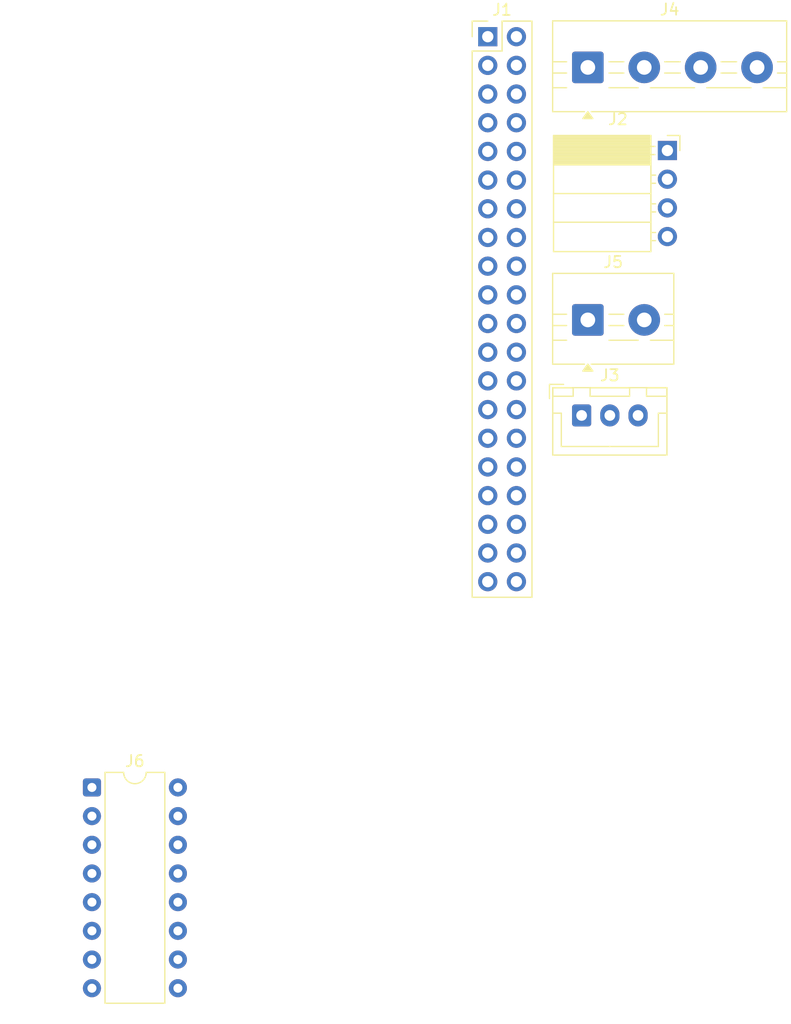
<source format=kicad_pcb>
(kicad_pcb (version 20241229) (generator "pcbnew") (generator_version "9.0")
  (layers (0 "F.Cu" signal) (2 "B.Cu" signal) (13 "F.Paste" user) (15 "B.Paste" user) (5 "F.SilkS" user "F.Silkscreen") (7 "B.SilkS" user "B.Silkscreen") (1 "F.Mask" user) (3 "B.Mask" user) (25 "Edge.Cuts" user))
  (net 0 "")
  (net 8 "Net-(J1-Pin_5)")
  (net 15 "Net-(J1-Pin_7)")
  (net 17 "Net-(J1-Pin_6)")
  (net 18 "Net-(J1-Pin_3)")
  (net 32 "Net-(J1-Pin_1)")
  (net 37 "Net-(J1-Pin_2)")
  (net 40 "Net-(J1-Pin_9)")
  (net 43 "Net-(J4-Pin_4)")
  (net 44 "Net-(J4-Pin_3)")
  (net 45 "Net-(J5-Pin_1)")
  (footprint "TerminalBlock:TerminalBlock_MaiXu_MX126-5.0-02P_1x02_P5.00mm" (layer "F.Cu") (at 151.33 65.82)
    (property "Reference" "J5" (at 2.25 -5.12 0) (layer "F.SilkS"))
    (property "Value" "Screw_Terminal_01x02")
    (fp_line (start -3.12 -4.12) (end 7.62 -4.12) (stroke (width 0.12)) (layer "F.SilkS"))
    (fp_line (start -3.12 -0.5) (end -1.88 -0.5) (stroke (width 0.12)) (layer "F.SilkS"))
    (fp_line (start -3.12 0.5) (end -1.88 0.5) (stroke (width 0.12)) (layer "F.SilkS"))
    (fp_line (start -3.12 1.8) (end -1.88 1.8) (stroke (width 0.12)) (layer "F.SilkS"))
    (fp_line (start -3.12 3.92) (end -3.12 -4.12) (stroke (width 0.12)) (layer "F.SilkS"))
    (fp_line (start -0.3 3.92) (end -3.12 3.92) (stroke (width 0.12)) (layer "F.SilkS"))
    (fp_line (start 1.88 -0.5) (end 3.188 -0.5) (stroke (width 0.12)) (layer "F.SilkS"))
    (fp_line (start 1.88 0.5) (end 3.188 0.5) (stroke (width 0.12)) (layer "F.SilkS"))
    (fp_line (start 1.88 1.8) (end 4.457 1.8) (stroke (width 0.12)) (layer "F.SilkS"))
    (fp_line (start 5.543 1.8) (end 7.62 1.8) (stroke (width 0.12)) (layer "F.SilkS"))
    (fp_line (start 6.812 -0.5) (end 7.62 -0.5) (stroke (width 0.12)) (layer "F.SilkS"))
    (fp_line (start 6.812 0.5) (end 7.62 0.5) (stroke (width 0.12)) (layer "F.SilkS"))
    (fp_line (start 7.62 -4.12) (end 7.62 3.92) (stroke (width 0.12)) (layer "F.SilkS"))
    (fp_line (start 7.62 3.92) (end 0.3 3.92) (stroke (width 0.12)) (layer "F.SilkS"))
    (fp_poly (pts (xy 0 3.92) (xy 0.44 4.53) (xy -0.44 4.53)) (stroke (width 0.12)) (fill yes) (layer "F.SilkS"))
    (pad "1" thru_hole roundrect (at 0 0) (size 2.8 2.8) (drill 1.3) (layers "*.Cu" "*.Mask") (roundrect_rratio 0.089286) (net 45 "Net-(J5-Pin_1)"))
    (pad "2" thru_hole circle (at 5 0) (size 2.8 2.8) (drill 1.3) (layers "*.Cu" "*.Mask") (net 44 "Net-(J4-Pin_3)"))
  )
  (footprint "Connector_JST:JST_XH_B3B-XH-A_1x03_P2.50mm_Vertical" (layer "F.Cu") (at 150.78 74.28)
    (property "Reference" "J3" (at 2.5 -3.55 0) (layer "F.SilkS"))
    (property "Value" "servo motor")
    (fp_line (start -2.85 -2.75) (end -2.85 -1.5) (stroke (width 0.12)) (layer "F.SilkS"))
    (fp_line (start -2.56 -2.46) (end -2.56 3.51) (stroke (width 0.12)) (layer "F.SilkS"))
    (fp_line (start -2.56 3.51) (end 7.56 3.51) (stroke (width 0.12)) (layer "F.SilkS"))
    (fp_line (start -2.55 -2.45) (end -2.55 -1.7) (stroke (width 0.12)) (layer "F.SilkS"))
    (fp_line (start -2.55 -1.7) (end -0.75 -1.7) (stroke (width 0.12)) (layer "F.SilkS"))
    (fp_line (start -2.55 -0.2) (end -1.8 -0.2) (stroke (width 0.12)) (layer "F.SilkS"))
    (fp_line (start -1.8 -0.2) (end -1.8 2.75) (stroke (width 0.12)) (layer "F.SilkS"))
    (fp_line (start -1.8 2.75) (end 2.5 2.75) (stroke (width 0.12)) (layer "F.SilkS"))
    (fp_line (start -1.6 -2.75) (end -2.85 -2.75) (stroke (width 0.12)) (layer "F.SilkS"))
    (fp_line (start -0.75 -2.45) (end -2.55 -2.45) (stroke (width 0.12)) (layer "F.SilkS"))
    (fp_line (start -0.75 -1.7) (end -0.75 -2.45) (stroke (width 0.12)) (layer "F.SilkS"))
    (fp_line (start 0.75 -2.45) (end 0.75 -1.7) (stroke (width 0.12)) (layer "F.SilkS"))
    (fp_line (start 0.75 -1.7) (end 4.25 -1.7) (stroke (width 0.12)) (layer "F.SilkS"))
    (fp_line (start 4.25 -2.45) (end 0.75 -2.45) (stroke (width 0.12)) (layer "F.SilkS"))
    (fp_line (start 4.25 -1.7) (end 4.25 -2.45) (stroke (width 0.12)) (layer "F.SilkS"))
    (fp_line (start 5.75 -2.45) (end 5.75 -1.7) (stroke (width 0.12)) (layer "F.SilkS"))
    (fp_line (start 5.75 -1.7) (end 7.55 -1.7) (stroke (width 0.12)) (layer "F.SilkS"))
    (fp_line (start 6.8 -0.2) (end 6.8 2.75) (stroke (width 0.12)) (layer "F.SilkS"))
    (fp_line (start 6.8 2.75) (end 2.5 2.75) (stroke (width 0.12)) (layer "F.SilkS"))
    (fp_line (start 7.55 -2.45) (end 5.75 -2.45) (stroke (width 0.12)) (layer "F.SilkS"))
    (fp_line (start 7.55 -1.7) (end 7.55 -2.45) (stroke (width 0.12)) (layer "F.SilkS"))
    (fp_line (start 7.55 -0.2) (end 6.8 -0.2) (stroke (width 0.12)) (layer "F.SilkS"))
    (fp_line (start 7.56 -2.46) (end -2.56 -2.46) (stroke (width 0.12)) (layer "F.SilkS"))
    (fp_line (start 7.56 3.51) (end 7.56 -2.46) (stroke (width 0.12)) (layer "F.SilkS"))
    (pad "1" thru_hole roundrect (at 0 0) (size 1.7 1.95) (drill 0.95) (layers "*.Cu" "*.Mask") (roundrect_rratio 0.147059) (net 37 "Net-(J1-Pin_2)"))
    (pad "2" thru_hole oval (at 2.5 0) (size 1.7 1.95) (drill 0.95) (layers "*.Cu" "*.Mask") (net 17 "Net-(J1-Pin_6)"))
    (pad "3" thru_hole oval (at 5 0) (size 1.7 1.95) (drill 0.95) (layers "*.Cu" "*.Mask") (net 15 "Net-(J1-Pin_7)"))
  )
  (footprint "Package_DIP:DIP-16_W7.62mm" (layer "F.Cu") (at 107.38 107.22)
    (property "Reference" "J6" (at 3.81 -2.33 0) (layer "F.SilkS"))
    (property "Value" "Conn_02x08_Counter_Clockwise")
    (fp_line (start 1.16 -1.33) (end 1.16 19.11) (stroke (width 0.12)) (layer "F.SilkS"))
    (fp_line (start 1.16 19.11) (end 6.46 19.11) (stroke (width 0.12)) (layer "F.SilkS"))
    (fp_line (start 2.81 -1.33) (end 1.16 -1.33) (stroke (width 0.12)) (layer "F.SilkS"))
    (fp_line (start 6.46 -1.33) (end 4.81 -1.33) (stroke (width 0.12)) (layer "F.SilkS"))
    (fp_line (start 6.46 19.11) (end 6.46 -1.33) (stroke (width 0.12)) (layer "F.SilkS"))
    (fp_arc (start 4.81 -1.33) (mid 3.81 -0.33) (end 2.81 -1.33) (stroke (width 0.12)) (layer "F.SilkS"))
    (pad "1" thru_hole roundrect (at 0 0) (size 1.6 1.6) (drill 0.8) (layers "*.Cu" "*.Mask") (roundrect_rratio 0.15625))
    (pad "2" thru_hole circle (at 0 2.54) (size 1.6 1.6) (drill 0.8) (layers "*.Cu" "*.Mask"))
    (pad "3" thru_hole circle (at 0 5.08) (size 1.6 1.6) (drill 0.8) (layers "*.Cu" "*.Mask"))
    (pad "4" thru_hole circle (at 0 7.62) (size 1.6 1.6) (drill 0.8) (layers "*.Cu" "*.Mask"))
    (pad "5" thru_hole circle (at 0 10.16) (size 1.6 1.6) (drill 0.8) (layers "*.Cu" "*.Mask"))
    (pad "6" thru_hole circle (at 0 12.7) (size 1.6 1.6) (drill 0.8) (layers "*.Cu" "*.Mask"))
    (pad "7" thru_hole circle (at 0 15.24) (size 1.6 1.6) (drill 0.8) (layers "*.Cu" "*.Mask"))
    (pad "8" thru_hole circle (at 0 17.78) (size 1.6 1.6) (drill 0.8) (layers "*.Cu" "*.Mask"))
    (pad "9" thru_hole circle (at 7.62 17.78) (size 1.6 1.6) (drill 0.8) (layers "*.Cu" "*.Mask"))
    (pad "10" thru_hole circle (at 7.62 15.24) (size 1.6 1.6) (drill 0.8) (layers "*.Cu" "*.Mask"))
    (pad "11" thru_hole circle (at 7.62 12.7) (size 1.6 1.6) (drill 0.8) (layers "*.Cu" "*.Mask"))
    (pad "12" thru_hole circle (at 7.62 10.16) (size 1.6 1.6) (drill 0.8) (layers "*.Cu" "*.Mask"))
    (pad "13" thru_hole circle (at 7.62 7.62) (size 1.6 1.6) (drill 0.8) (layers "*.Cu" "*.Mask"))
    (pad "14" thru_hole circle (at 7.62 5.08) (size 1.6 1.6) (drill 0.8) (layers "*.Cu" "*.Mask"))
    (pad "15" thru_hole circle (at 7.62 2.54) (size 1.6 1.6) (drill 0.8) (layers "*.Cu" "*.Mask"))
    (pad "16" thru_hole circle (at 7.62 0) (size 1.6 1.6) (drill 0.8) (layers "*.Cu" "*.Mask"))
  )
  (footprint "TerminalBlock:TerminalBlock_MaiXu_MX126-5.0-04P_1x04_P5.00mm" (layer "F.Cu") (at 151.33 43.46)
    (property "Reference" "J4" (at 7.25 -5.12 0) (layer "F.SilkS"))
    (property "Value" "Screw_Terminal_01x04")
    (fp_line (start -3.12 -4.12) (end 17.62 -4.12) (stroke (width 0.12)) (layer "F.SilkS"))
    (fp_line (start -3.12 -0.5) (end -1.88 -0.5) (stroke (width 0.12)) (layer "F.SilkS"))
    (fp_line (start -3.12 0.5) (end -1.88 0.5) (stroke (width 0.12)) (layer "F.SilkS"))
    (fp_line (start -3.12 1.8) (end -1.88 1.8) (stroke (width 0.12)) (layer "F.SilkS"))
    (fp_line (start -3.12 3.92) (end -3.12 -4.12) (stroke (width 0.12)) (layer "F.SilkS"))
    (fp_line (start -0.3 3.92) (end -3.12 3.92) (stroke (width 0.12)) (layer "F.SilkS"))
    (fp_line (start 1.88 -0.5) (end 3.188 -0.5) (stroke (width 0.12)) (layer "F.SilkS"))
    (fp_line (start 1.88 0.5) (end 3.188 0.5) (stroke (width 0.12)) (layer "F.SilkS"))
    (fp_line (start 1.88 1.8) (end 4.457 1.8) (stroke (width 0.12)) (layer "F.SilkS"))
    (fp_line (start 5.543 1.8) (end 9.457 1.8) (stroke (width 0.12)) (layer "F.SilkS"))
    (fp_line (start 6.812 -0.5) (end 8.188 -0.5) (stroke (width 0.12)) (layer "F.SilkS"))
    (fp_line (start 6.812 0.5) (end 8.188 0.5) (stroke (width 0.12)) (layer "F.SilkS"))
    (fp_line (start 10.543 1.8) (end 14.457 1.8) (stroke (width 0.12)) (layer "F.SilkS"))
    (fp_line (start 11.812 -0.5) (end 13.188 -0.5) (stroke (width 0.12)) (layer "F.SilkS"))
    (fp_line (start 11.812 0.5) (end 13.188 0.5) (stroke (width 0.12)) (layer "F.SilkS"))
    (fp_line (start 15.543 1.8) (end 17.62 1.8) (stroke (width 0.12)) (layer "F.SilkS"))
    (fp_line (start 16.812 -0.5) (end 17.62 -0.5) (stroke (width 0.12)) (layer "F.SilkS"))
    (fp_line (start 16.812 0.5) (end 17.62 0.5) (stroke (width 0.12)) (layer "F.SilkS"))
    (fp_line (start 17.62 -4.12) (end 17.62 3.92) (stroke (width 0.12)) (layer "F.SilkS"))
    (fp_line (start 17.62 3.92) (end 0.3 3.92) (stroke (width 0.12)) (layer "F.SilkS"))
    (fp_poly (pts (xy 0 3.92) (xy 0.44 4.53) (xy -0.44 4.53)) (stroke (width 0.12)) (fill yes) (layer "F.SilkS"))
    (pad "1" thru_hole roundrect (at 0 0) (size 2.8 2.8) (drill 1.3) (layers "*.Cu" "*.Mask") (roundrect_rratio 0.089286))
    (pad "2" thru_hole circle (at 5 0) (size 2.8 2.8) (drill 1.3) (layers "*.Cu" "*.Mask"))
    (pad "3" thru_hole circle (at 10 0) (size 2.8 2.8) (drill 1.3) (layers "*.Cu" "*.Mask") (net 44 "Net-(J4-Pin_3)"))
    (pad "4" thru_hole circle (at 15 0) (size 2.8 2.8) (drill 1.3) (layers "*.Cu" "*.Mask") (net 43 "Net-(J4-Pin_4)"))
  )
  (footprint "Connector_PinSocket_2.54mm:PinSocket_1x04_P2.54mm_Horizontal" (layer "F.Cu") (at 158.38 50.82)
    (property "Reference" "J2" (at -4.38 -2.77 0) (layer "F.SilkS"))
    (property "Value" "i2c port for mpu 9250")
    (fp_line (start -10.09 -1.33) (end -10.09 8.95) (stroke (width 0.12)) (layer "F.SilkS"))
    (fp_line (start -10.09 -1.33) (end -1.46 -1.33) (stroke (width 0.12)) (layer "F.SilkS"))
    (fp_line (start -10.09 -1.21) (end -1.46 -1.21) (stroke (width 0.12)) (layer "F.SilkS"))
    (fp_line (start -10.09 -1.091905) (end -1.46 -1.091905) (stroke (width 0.12)) (layer "F.SilkS"))
    (fp_line (start -10.09 -0.97381) (end -1.46 -0.97381) (stroke (width 0.12)) (layer "F.SilkS"))
    (fp_line (start -10.09 -0.855715) (end -1.46 -0.855715) (stroke (width 0.12)) (layer "F.SilkS"))
    (fp_line (start -10.09 -0.73762) (end -1.46 -0.73762) (stroke (width 0.12)) (layer "F.SilkS"))
    (fp_line (start -10.09 -0.619525) (end -1.46 -0.619525) (stroke (width 0.12)) (layer "F.SilkS"))
    (fp_line (start -10.09 -0.50143) (end -1.46 -0.50143) (stroke (width 0.12)) (layer "F.SilkS"))
    (fp_line (start -10.09 -0.383335) (end -1.46 -0.383335) (stroke (width 0.12)) (layer "F.SilkS"))
    (fp_line (start -10.09 -0.26524) (end -1.46 -0.26524) (stroke (width 0.12)) (layer "F.SilkS"))
    (fp_line (start -10.09 -0.147145) (end -1.46 -0.147145) (stroke (width 0.12)) (layer "F.SilkS"))
    (fp_line (start -10.09 -0.02905) (end -1.46 -0.02905) (stroke (width 0.12)) (layer "F.SilkS"))
    (fp_line (start -10.09 0.089045) (end -1.46 0.089045) (stroke (width 0.12)) (layer "F.SilkS"))
    (fp_line (start -10.09 0.20714) (end -1.46 0.20714) (stroke (width 0.12)) (layer "F.SilkS"))
    (fp_line (start -10.09 0.325235) (end -1.46 0.325235) (stroke (width 0.12)) (layer "F.SilkS"))
    (fp_line (start -10.09 0.44333) (end -1.46 0.44333) (stroke (width 0.12)) (layer "F.SilkS"))
    (fp_line (start -10.09 0.561425) (end -1.46 0.561425) (stroke (width 0.12)) (layer "F.SilkS"))
    (fp_line (start -10.09 0.67952) (end -1.46 0.67952) (stroke (width 0.12)) (layer "F.SilkS"))
    (fp_line (start -10.09 0.797615) (end -1.46 0.797615) (stroke (width 0.12)) (layer "F.SilkS"))
    (fp_line (start -10.09 0.91571) (end -1.46 0.91571) (stroke (width 0.12)) (layer "F.SilkS"))
    (fp_line (start -10.09 1.033805) (end -1.46 1.033805) (stroke (width 0.12)) (layer "F.SilkS"))
    (fp_line (start -10.09 1.1519) (end -1.46 1.1519) (stroke (width 0.12)) (layer "F.SilkS"))
    (fp_line (start -10.09 1.27) (end -1.46 1.27) (stroke (width 0.12)) (layer "F.SilkS"))
    (fp_line (start -10.09 3.81) (end -1.46 3.81) (stroke (width 0.12)) (layer "F.SilkS"))
    (fp_line (start -10.09 6.35) (end -1.46 6.35) (stroke (width 0.12)) (layer "F.SilkS"))
    (fp_line (start -10.09 8.95) (end -1.46 8.95) (stroke (width 0.12)) (layer "F.SilkS"))
    (fp_line (start -1.46 -1.33) (end -1.46 8.95) (stroke (width 0.12)) (layer "F.SilkS"))
    (fp_line (start -1.46 -0.36) (end -1.11 -0.36) (stroke (width 0.12)) (layer "F.SilkS"))
    (fp_line (start -1.46 0.36) (end -1.11 0.36) (stroke (width 0.12)) (layer "F.SilkS"))
    (fp_line (start -1.46 2.18) (end -1.05 2.18) (stroke (width 0.12)) (layer "F.SilkS"))
    (fp_line (start -1.46 2.9) (end -1.05 2.9) (stroke (width 0.12)) (layer "F.SilkS"))
    (fp_line (start -1.46 4.72) (end -1.05 4.72) (stroke (width 0.12)) (layer "F.SilkS"))
    (fp_line (start -1.46 5.44) (end -1.05 5.44) (stroke (width 0.12)) (layer "F.SilkS"))
    (fp_line (start -1.46 7.26) (end -1.05 7.26) (stroke (width 0.12)) (layer "F.SilkS"))
    (fp_line (start -1.46 7.98) (end -1.05 7.98) (stroke (width 0.12)) (layer "F.SilkS"))
    (fp_line (start 0 -1.33) (end 1.11 -1.33) (stroke (width 0.12)) (layer "F.SilkS"))
    (fp_line (start 1.11 -1.33) (end 1.11 0) (stroke (width 0.12)) (layer "F.SilkS"))
    (pad "1" thru_hole rect (at 0 0) (size 1.7 1.7) (drill 1) (layers "*.Cu" "*.Mask") (net 18 "Net-(J1-Pin_3)"))
    (pad "2" thru_hole circle (at 0 2.54) (size 1.7 1.7) (drill 1) (layers "*.Cu" "*.Mask") (net 8 "Net-(J1-Pin_5)"))
    (pad "3" thru_hole circle (at 0 5.08) (size 1.7 1.7) (drill 1) (layers "*.Cu" "*.Mask") (net 40 "Net-(J1-Pin_9)"))
    (pad "4" thru_hole circle (at 0 7.62) (size 1.7 1.7) (drill 1) (layers "*.Cu" "*.Mask") (net 32 "Net-(J1-Pin_1)"))
  )
  (footprint "Connector_PinHeader_2.54mm:PinHeader_2x20_P2.54mm_Vertical" (layer "F.Cu") (at 142.46 40.74)
    (property "Reference" "J1" (at 1.27 -2.38 0) (layer "F.SilkS"))
    (property "Value" "rasberry pi")
    (fp_line (start -1.38 -1.38) (end 0 -1.38) (stroke (width 0.12)) (layer "F.SilkS"))
    (fp_line (start -1.38 0) (end -1.38 -1.38) (stroke (width 0.12)) (layer "F.SilkS"))
    (fp_line (start -1.38 1.27) (end -1.38 49.64) (stroke (width 0.12)) (layer "F.SilkS"))
    (fp_line (start -1.38 1.27) (end 1.27 1.27) (stroke (width 0.12)) (layer "F.SilkS"))
    (fp_line (start -1.38 49.64) (end 3.92 49.64) (stroke (width 0.12)) (layer "F.SilkS"))
    (fp_line (start 1.27 -1.38) (end 3.92 -1.38) (stroke (width 0.12)) (layer "F.SilkS"))
    (fp_line (start 1.27 1.27) (end 1.27 -1.38) (stroke (width 0.12)) (layer "F.SilkS"))
    (fp_line (start 3.92 -1.38) (end 3.92 49.64) (stroke (width 0.12)) (layer "F.SilkS"))
    (pad "1" thru_hole rect (at 0 0) (size 1.7 1.7) (drill 1) (layers "*.Cu" "*.Mask") (net 32 "Net-(J1-Pin_1)"))
    (pad "2" thru_hole circle (at 2.54 0) (size 1.7 1.7) (drill 1) (layers "*.Cu" "*.Mask") (net 37 "Net-(J1-Pin_2)"))
    (pad "3" thru_hole circle (at 0 2.54) (size 1.7 1.7) (drill 1) (layers "*.Cu" "*.Mask") (net 18 "Net-(J1-Pin_3)"))
    (pad "4" thru_hole circle (at 2.54 2.54) (size 1.7 1.7) (drill 1) (layers "*.Cu" "*.Mask"))
    (pad "5" thru_hole circle (at 0 5.08) (size 1.7 1.7) (drill 1) (layers "*.Cu" "*.Mask") (net 8 "Net-(J1-Pin_5)"))
    (pad "6" thru_hole circle (at 2.54 5.08) (size 1.7 1.7) (drill 1) (layers "*.Cu" "*.Mask") (net 17 "Net-(J1-Pin_6)"))
    (pad "7" thru_hole circle (at 0 7.62) (size 1.7 1.7) (drill 1) (layers "*.Cu" "*.Mask") (net 15 "Net-(J1-Pin_7)"))
    (pad "8" thru_hole circle (at 2.54 7.62) (size 1.7 1.7) (drill 1) (layers "*.Cu" "*.Mask"))
    (pad "9" thru_hole circle (at 0 10.16) (size 1.7 1.7) (drill 1) (layers "*.Cu" "*.Mask") (net 40 "Net-(J1-Pin_9)"))
    (pad "10" thru_hole circle (at 2.54 10.16) (size 1.7 1.7) (drill 1) (layers "*.Cu" "*.Mask"))
    (pad "11" thru_hole circle (at 0 12.7) (size 1.7 1.7) (drill 1) (layers "*.Cu" "*.Mask"))
    (pad "12" thru_hole circle (at 2.54 12.7) (size 1.7 1.7) (drill 1) (layers "*.Cu" "*.Mask"))
    (pad "13" thru_hole circle (at 0 15.24) (size 1.7 1.7) (drill 1) (layers "*.Cu" "*.Mask"))
    (pad "14" thru_hole circle (at 2.54 15.24) (size 1.7 1.7) (drill 1) (layers "*.Cu" "*.Mask"))
    (pad "15" thru_hole circle (at 0 17.78) (size 1.7 1.7) (drill 1) (layers "*.Cu" "*.Mask"))
    (pad "16" thru_hole circle (at 2.54 17.78) (size 1.7 1.7) (drill 1) (layers "*.Cu" "*.Mask"))
    (pad "17" thru_hole circle (at 0 20.32) (size 1.7 1.7) (drill 1) (layers "*.Cu" "*.Mask"))
    (pad "18" thru_hole circle (at 2.54 20.32) (size 1.7 1.7) (drill 1) (layers "*.Cu" "*.Mask"))
    (pad "19" thru_hole circle (at 0 22.86) (size 1.7 1.7) (drill 1) (layers "*.Cu" "*.Mask"))
    (pad "20" thru_hole circle (at 2.54 22.86) (size 1.7 1.7) (drill 1) (layers "*.Cu" "*.Mask"))
    (pad "21" thru_hole circle (at 0 25.4) (size 1.7 1.7) (drill 1) (layers "*.Cu" "*.Mask"))
    (pad "22" thru_hole circle (at 2.54 25.4) (size 1.7 1.7) (drill 1) (layers "*.Cu" "*.Mask"))
    (pad "23" thru_hole circle (at 0 27.94) (size 1.7 1.7) (drill 1) (layers "*.Cu" "*.Mask"))
    (pad "24" thru_hole circle (at 2.54 27.94) (size 1.7 1.7) (drill 1) (layers "*.Cu" "*.Mask"))
    (pad "25" thru_hole circle (at 0 30.48) (size 1.7 1.7) (drill 1) (layers "*.Cu" "*.Mask"))
    (pad "26" thru_hole circle (at 2.54 30.48) (size 1.7 1.7) (drill 1) (layers "*.Cu" "*.Mask"))
    (pad "27" thru_hole circle (at 0 33.02) (size 1.7 1.7) (drill 1) (layers "*.Cu" "*.Mask"))
    (pad "28" thru_hole circle (at 2.54 33.02) (size 1.7 1.7) (drill 1) (layers "*.Cu" "*.Mask"))
    (pad "29" thru_hole circle (at 0 35.56) (size 1.7 1.7) (drill 1) (layers "*.Cu" "*.Mask"))
    (pad "30" thru_hole circle (at 2.54 35.56) (size 1.7 1.7) (drill 1) (layers "*.Cu" "*.Mask"))
    (pad "31" thru_hole circle (at 0 38.1) (size 1.7 1.7) (drill 1) (layers "*.Cu" "*.Mask"))
    (pad "32" thru_hole circle (at 2.54 38.1) (size 1.7 1.7) (drill 1) (layers "*.Cu" "*.Mask"))
    (pad "33" thru_hole circle (at 0 40.64) (size 1.7 1.7) (drill 1) (layers "*.Cu" "*.Mask"))
    (pad "34" thru_hole circle (at 2.54 40.64) (size 1.7 1.7) (drill 1) (layers "*.Cu" "*.Mask"))
    (pad "35" thru_hole circle (at 0 43.18) (size 1.7 1.7) (drill 1) (layers "*.Cu" "*.Mask"))
    (pad "36" thru_hole circle (at 2.54 43.18) (size 1.7 1.7) (drill 1) (layers "*.Cu" "*.Mask"))
    (pad "37" thru_hole circle (at 0 45.72) (size 1.7 1.7) (drill 1) (layers "*.Cu" "*.Mask"))
    (pad "38" thru_hole circle (at 2.54 45.72) (size 1.7 1.7) (drill 1) (layers "*.Cu" "*.Mask"))
    (pad "39" thru_hole circle (at 0 48.26) (size 1.7 1.7) (drill 1) (layers "*.Cu" "*.Mask"))
    (pad "40" thru_hole circle (at 2.54 48.26) (size 1.7 1.7) (drill 1) (layers "*.Cu" "*.Mask"))
  )
)
</source>
